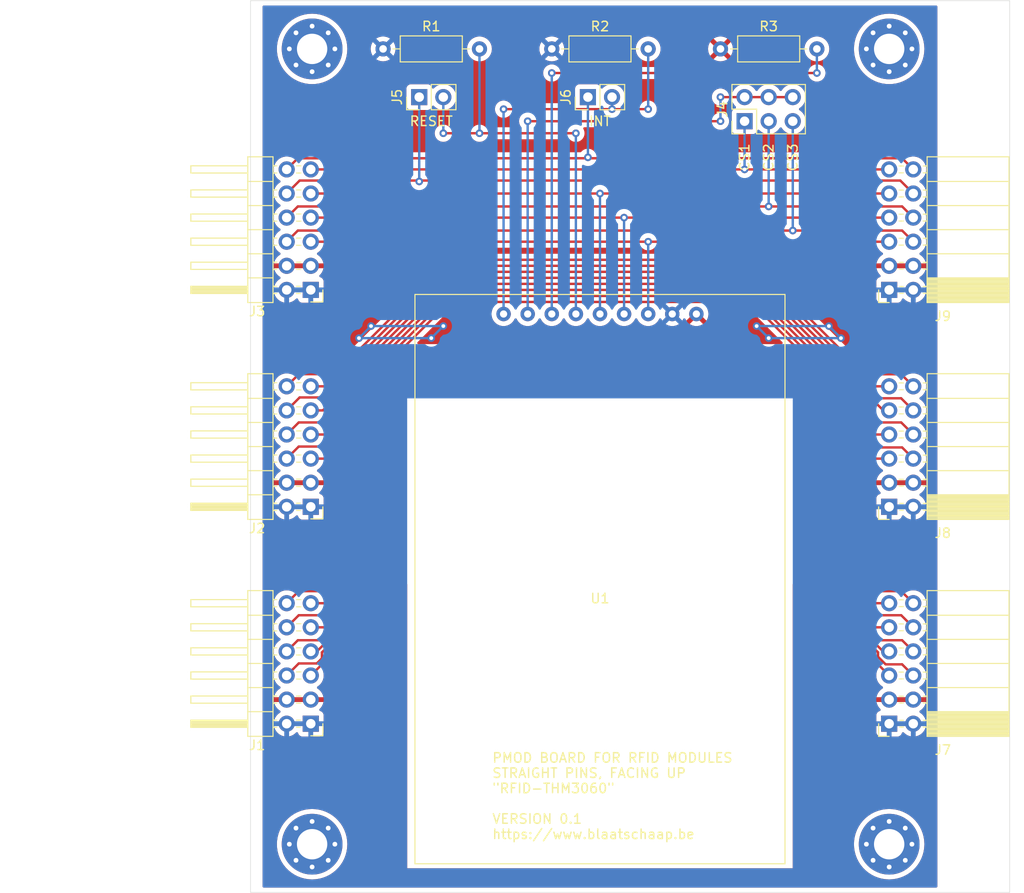
<source format=kicad_pcb>
(kicad_pcb (version 20211014) (generator pcbnew)
  (layers (0 "F.Cu" signal) (31 "B.Cu" signal) (34 "B.Paste" user "B.Plakken") (35 "F.Paste" user "F.Plakken") (36 "B.SilkS" user "B.Silkscreen") (37 "F.SilkS" user "F.Silkscreen") (38 "B.Mask" user) (39 "F.Mask" user "F. masker") (44 "Edge.Cuts" user))
  (net 0 "")
  (net 1 "GND")
  (net 2 "VCC")
  (net 3 "PMOD_UART_INT")
  (net 4 "PMOD_UART_CTS")
  (net 5 "PMOD_UART_RESET")
  (net 6 "PMOD_UART_TXD")
  (net 7 "PMOD_UART_GPIO3")
  (net 8 "PMOD_UART_RXD")
  (net 9 "PMOD_UART_GPIO4")
  (net 10 "PMOD_UART_RTS")
  (net 11 "PMOD_SPI_INT")
  (net 12 "PMOD_SPI_CS")
  (net 13 "PMOD_SPI_RESET")
  (net 14 "PMOD_SPI_MOSI")
  (net 15 "PMOD_SPI_CS2")
  (net 16 "PMOD_SPI_MISO")
  (net 17 "PMOD_SPI_CS3")
  (net 18 "PMOD_SPI_SCK")
  (net 19 "PMOD_I2C_GPIO1")
  (net 20 "PMOD_I2C_INT")
  (net 21 "PMOD_I2C_GPIO2")
  (net 22 "PMOD_I2C_RESET")
  (net 23 "PMOD_I2C_GPIO3")
  (net 24 "PMOD_I2C_SCL")
  (net 25 "PMOD_I2C_GPIO4")
  (net 26 "PMOD_I2C_SDA")
  (net 27 "CS")
  (net 28 "RESET")
  (net 29 "INT")
  (net 30 "STB")
  (footprint "Connector_PinHeader_2.54mm:PinHeader_2x06_P2.54mm_Horizontal" (layer "F.Cu") (at 63.5 119.38 180)
    (fp_text reference "J1" (at 5.655 -2.27) (layer "F.SilkS"))
    (fp_text value "Conn_02x06_Odd_Even")
    (pad "1" thru_hole rect locked (at 0 0 180) (size 1.7 1.7) (drill 1) (layers *.Cu *.Mask) (net 2 "VCC"))
    (pad "2" thru_hole oval locked (at 2.54 0 180) (size 1.7 1.7) (drill 1) (layers *.Cu *.Mask) (net 2 "VCC"))
    (pad "3" thru_hole oval locked (at 0 2.54 180) (size 1.7 1.7) (drill 1) (layers *.Cu *.Mask) (net 1 "GND"))
    (pad "4" thru_hole oval locked (at 2.54 2.54 180) (size 1.7 1.7) (drill 1) (layers *.Cu *.Mask) (net 1 "GND"))
    (pad "5" thru_hole oval locked (at 0 5.08 180) (size 1.7 1.7) (drill 1) (layers *.Cu *.Mask) (net 26 "PMOD_I2C_SDA"))
    (pad "6" thru_hole oval locked (at 2.54 5.08 180) (size 1.7 1.7) (drill 1) (layers *.Cu *.Mask) (net 25 "PMOD_I2C_GPIO4"))
    (pad "7" thru_hole oval locked (at 0 7.62 180) (size 1.7 1.7) (drill 1) (layers *.Cu *.Mask) (net 24 "PMOD_I2C_SCL"))
    (pad "8" thru_hole oval locked (at 2.54 7.62 180) (size 1.7 1.7) (drill 1) (layers *.Cu *.Mask) (net 23 "PMOD_I2C_GPIO3"))
    (pad "9" thru_hole oval locked (at 0 10.16 180) (size 1.7 1.7) (drill 1) (layers *.Cu *.Mask) (net 22 "PMOD_I2C_RESET"))
    (pad "10" thru_hole oval locked (at 2.54 10.16 180) (size 1.7 1.7) (drill 1) (layers *.Cu *.Mask) (net 21 "PMOD_I2C_GPIO2"))
    (pad "11" thru_hole oval locked (at 0 12.7 180) (size 1.7 1.7) (drill 1) (layers *.Cu *.Mask) (net 20 "PMOD_I2C_INT"))
    (pad "12" thru_hole oval locked (at 2.54 12.7 180) (size 1.7 1.7) (drill 1) (layers *.Cu *.Mask) (net 19 "PMOD_I2C_GPIO1"))
  )
  (footprint "Connector_PinHeader_2.54mm:PinHeader_2x06_P2.54mm_Horizontal" (layer "F.Cu") (at 63.5 96.52 180)
    (fp_text reference "J2" (at 5.655 -2.27) (layer "F.SilkS"))
    (fp_text value "Conn_02x06_Odd_Even")
    (pad "1" thru_hole rect locked (at 0 0 180) (size 1.7 1.7) (drill 1) (layers *.Cu *.Mask) (net 2 "VCC"))
    (pad "2" thru_hole oval locked (at 2.54 0 180) (size 1.7 1.7) (drill 1) (layers *.Cu *.Mask) (net 2 "VCC"))
    (pad "3" thru_hole oval locked (at 0 2.54 180) (size 1.7 1.7) (drill 1) (layers *.Cu *.Mask) (net 1 "GND"))
    (pad "4" thru_hole oval locked (at 2.54 2.54 180) (size 1.7 1.7) (drill 1) (layers *.Cu *.Mask) (net 1 "GND"))
    (pad "5" thru_hole oval locked (at 0 5.08 180) (size 1.7 1.7) (drill 1) (layers *.Cu *.Mask) (net 10 "PMOD_UART_RTS"))
    (pad "6" thru_hole oval locked (at 2.54 5.08 180) (size 1.7 1.7) (drill 1) (layers *.Cu *.Mask) (net 9 "PMOD_UART_GPIO4"))
    (pad "7" thru_hole oval locked (at 0 7.62 180) (size 1.7 1.7) (drill 1) (layers *.Cu *.Mask) (net 8 "PMOD_UART_RXD"))
    (pad "8" thru_hole oval locked (at 2.54 7.62 180) (size 1.7 1.7) (drill 1) (layers *.Cu *.Mask) (net 7 "PMOD_UART_GPIO3"))
    (pad "9" thru_hole oval locked (at 0 10.16 180) (size 1.7 1.7) (drill 1) (layers *.Cu *.Mask) (net 6 "PMOD_UART_TXD"))
    (pad "10" thru_hole oval locked (at 2.54 10.16 180) (size 1.7 1.7) (drill 1) (layers *.Cu *.Mask) (net 5 "PMOD_UART_RESET"))
    (pad "11" thru_hole oval locked (at 0 12.7 180) (size 1.7 1.7) (drill 1) (layers *.Cu *.Mask) (net 4 "PMOD_UART_CTS"))
    (pad "12" thru_hole oval locked (at 2.54 12.7 180) (size 1.7 1.7) (drill 1) (layers *.Cu *.Mask) (net 3 "PMOD_UART_INT"))
  )
  (footprint "Connector_PinHeader_2.54mm:PinHeader_2x06_P2.54mm_Horizontal" (layer "F.Cu") (at 63.5 73.66 180)
    (fp_text reference "J3" (at 5.655 -2.27) (layer "F.SilkS"))
    (fp_text value "Conn_02x06_Odd_Even")
    (pad "1" thru_hole rect locked (at 0 0 180) (size 1.7 1.7) (drill 1) (layers *.Cu *.Mask) (net 2 "VCC"))
    (pad "2" thru_hole oval locked (at 2.54 0 180) (size 1.7 1.7) (drill 1) (layers *.Cu *.Mask) (net 2 "VCC"))
    (pad "3" thru_hole oval locked (at 0 2.54 180) (size 1.7 1.7) (drill 1) (layers *.Cu *.Mask) (net 1 "GND"))
    (pad "4" thru_hole oval locked (at 2.54 2.54 180) (size 1.7 1.7) (drill 1) (layers *.Cu *.Mask) (net 1 "GND"))
    (pad "5" thru_hole oval locked (at 0 5.08 180) (size 1.7 1.7) (drill 1) (layers *.Cu *.Mask) (net 18 "PMOD_SPI_SCK"))
    (pad "6" thru_hole oval locked (at 2.54 5.08 180) (size 1.7 1.7) (drill 1) (layers *.Cu *.Mask) (net 17 "PMOD_SPI_CS3"))
    (pad "7" thru_hole oval locked (at 0 7.62 180) (size 1.7 1.7) (drill 1) (layers *.Cu *.Mask) (net 16 "PMOD_SPI_MISO"))
    (pad "8" thru_hole oval locked (at 2.54 7.62 180) (size 1.7 1.7) (drill 1) (layers *.Cu *.Mask) (net 15 "PMOD_SPI_CS2"))
    (pad "9" thru_hole oval locked (at 0 10.16 180) (size 1.7 1.7) (drill 1) (layers *.Cu *.Mask) (net 14 "PMOD_SPI_MOSI"))
    (pad "10" thru_hole oval locked (at 2.54 10.16 180) (size 1.7 1.7) (drill 1) (layers *.Cu *.Mask) (net 13 "PMOD_SPI_RESET"))
    (pad "11" thru_hole oval locked (at 0 12.7 180) (size 1.7 1.7) (drill 1) (layers *.Cu *.Mask) (net 12 "PMOD_SPI_CS"))
    (pad "12" thru_hole oval locked (at 2.54 12.7 180) (size 1.7 1.7) (drill 1) (layers *.Cu *.Mask) (net 11 "PMOD_SPI_INT"))
  )
  (footprint "Connector_PinSocket_2.54mm:PinSocket_2x06_P2.54mm_Horizontal" (layer "F.Cu") (at 124.46 119.38 180)
    (fp_text reference "J7" (at -5.65 -2.77) (layer "F.SilkS"))
    (fp_text value "Conn_02x06_Odd_Even")
    (pad "1" thru_hole rect locked (at 0 0 180) (size 1.7 1.7) (drill 1) (layers *.Cu *.Mask) (net 2 "VCC"))
    (pad "2" thru_hole oval locked (at -2.54 0 180) (size 1.7 1.7) (drill 1) (layers *.Cu *.Mask) (net 2 "VCC"))
    (pad "3" thru_hole oval locked (at 0 2.54 180) (size 1.7 1.7) (drill 1) (layers *.Cu *.Mask) (net 1 "GND"))
    (pad "4" thru_hole oval locked (at -2.54 2.54 180) (size 1.7 1.7) (drill 1) (layers *.Cu *.Mask) (net 1 "GND"))
    (pad "5" thru_hole oval locked (at 0 5.08 180) (size 1.7 1.7) (drill 1) (layers *.Cu *.Mask) (net 26 "PMOD_I2C_SDA"))
    (pad "6" thru_hole oval locked (at -2.54 5.08 180) (size 1.7 1.7) (drill 1) (layers *.Cu *.Mask) (net 25 "PMOD_I2C_GPIO4"))
    (pad "7" thru_hole oval locked (at 0 7.62 180) (size 1.7 1.7) (drill 1) (layers *.Cu *.Mask) (net 24 "PMOD_I2C_SCL"))
    (pad "8" thru_hole oval locked (at -2.54 7.62 180) (size 1.7 1.7) (drill 1) (layers *.Cu *.Mask) (net 23 "PMOD_I2C_GPIO3"))
    (pad "9" thru_hole oval locked (at 0 10.16 180) (size 1.7 1.7) (drill 1) (layers *.Cu *.Mask) (net 22 "PMOD_I2C_RESET"))
    (pad "10" thru_hole oval locked (at -2.54 10.16 180) (size 1.7 1.7) (drill 1) (layers *.Cu *.Mask) (net 21 "PMOD_I2C_GPIO2"))
    (pad "11" thru_hole oval locked (at 0 12.7 180) (size 1.7 1.7) (drill 1) (layers *.Cu *.Mask) (net 20 "PMOD_I2C_INT"))
    (pad "12" thru_hole oval locked (at -2.54 12.7 180) (size 1.7 1.7) (drill 1) (layers *.Cu *.Mask) (net 19 "PMOD_I2C_GPIO1"))
  )
  (footprint "Connector_PinSocket_2.54mm:PinSocket_2x06_P2.54mm_Horizontal" (layer "F.Cu") (at 124.46 96.52 180)
    (fp_text reference "J8" (at -5.65 -2.77) (layer "F.SilkS"))
    (fp_text value "Conn_02x06_Odd_Even")
    (pad "1" thru_hole rect locked (at 0 0 180) (size 1.7 1.7) (drill 1) (layers *.Cu *.Mask) (net 2 "VCC"))
    (pad "2" thru_hole oval locked (at -2.54 0 180) (size 1.7 1.7) (drill 1) (layers *.Cu *.Mask) (net 2 "VCC"))
    (pad "3" thru_hole oval locked (at 0 2.54 180) (size 1.7 1.7) (drill 1) (layers *.Cu *.Mask) (net 1 "GND"))
    (pad "4" thru_hole oval locked (at -2.54 2.54 180) (size 1.7 1.7) (drill 1) (layers *.Cu *.Mask) (net 1 "GND"))
    (pad "5" thru_hole oval locked (at 0 5.08 180) (size 1.7 1.7) (drill 1) (layers *.Cu *.Mask) (net 10 "PMOD_UART_RTS"))
    (pad "6" thru_hole oval locked (at -2.54 5.08 180) (size 1.7 1.7) (drill 1) (layers *.Cu *.Mask) (net 9 "PMOD_UART_GPIO4"))
    (pad "7" thru_hole oval locked (at 0 7.62 180) (size 1.7 1.7) (drill 1) (layers *.Cu *.Mask) (net 8 "PMOD_UART_RXD"))
    (pad "8" thru_hole oval locked (at -2.54 7.62 180) (size 1.7 1.7) (drill 1) (layers *.Cu *.Mask) (net 7 "PMOD_UART_GPIO3"))
    (pad "9" thru_hole oval locked (at 0 10.16 180) (size 1.7 1.7) (drill 1) (layers *.Cu *.Mask) (net 6 "PMOD_UART_TXD"))
    (pad "10" thru_hole oval locked (at -2.54 10.16 180) (size 1.7 1.7) (drill 1) (layers *.Cu *.Mask) (net 5 "PMOD_UART_RESET"))
    (pad "11" thru_hole oval locked (at 0 12.7 180) (size 1.7 1.7) (drill 1) (layers *.Cu *.Mask) (net 4 "PMOD_UART_CTS"))
    (pad "12" thru_hole oval locked (at -2.54 12.7 180) (size 1.7 1.7) (drill 1) (layers *.Cu *.Mask) (net 3 "PMOD_UART_INT"))
  )
  (footprint "Connector_PinSocket_2.54mm:PinSocket_2x06_P2.54mm_Horizontal" (layer "F.Cu") (at 124.46 73.66 180)
    (fp_text reference "J9" (at -5.65 -2.77) (layer "F.SilkS"))
    (fp_text value "Conn_02x06_Odd_Even")
    (pad "1" thru_hole rect locked (at 0 0 180) (size 1.7 1.7) (drill 1) (layers *.Cu *.Mask) (net 2 "VCC"))
    (pad "2" thru_hole oval locked (at -2.54 0 180) (size 1.7 1.7) (drill 1) (layers *.Cu *.Mask) (net 2 "VCC"))
    (pad "3" thru_hole oval locked (at 0 2.54 180) (size 1.7 1.7) (drill 1) (layers *.Cu *.Mask) (net 1 "GND"))
    (pad "4" thru_hole oval locked (at -2.54 2.54 180) (size 1.7 1.7) (drill 1) (layers *.Cu *.Mask) (net 1 "GND"))
    (pad "5" thru_hole oval locked (at 0 5.08 180) (size 1.7 1.7) (drill 1) (layers *.Cu *.Mask) (net 18 "PMOD_SPI_SCK"))
    (pad "6" thru_hole oval locked (at -2.54 5.08 180) (size 1.7 1.7) (drill 1) (layers *.Cu *.Mask) (net 17 "PMOD_SPI_CS3"))
    (pad "7" thru_hole oval locked (at 0 7.62 180) (size 1.7 1.7) (drill 1) (layers *.Cu *.Mask) (net 16 "PMOD_SPI_MISO"))
    (pad "8" thru_hole oval locked (at -2.54 7.62 180) (size 1.7 1.7) (drill 1) (layers *.Cu *.Mask) (net 15 "PMOD_SPI_CS2"))
    (pad "9" thru_hole oval locked (at 0 10.16 180) (size 1.7 1.7) (drill 1) (layers *.Cu *.Mask) (net 14 "PMOD_SPI_MOSI"))
    (pad "10" thru_hole oval locked (at -2.54 10.16 180) (size 1.7 1.7) (drill 1) (layers *.Cu *.Mask) (net 13 "PMOD_SPI_RESET"))
    (pad "11" thru_hole oval locked (at 0 12.7 180) (size 1.7 1.7) (drill 1) (layers *.Cu *.Mask) (net 12 "PMOD_SPI_CS"))
    (pad "12" thru_hole oval locked (at -2.54 12.7 180) (size 1.7 1.7) (drill 1) (layers *.Cu *.Mask) (net 11 "PMOD_SPI_INT"))
  )
  (footprint "MountingHole:MountingHole_3.2mm_M3_Pad_Via" (layer "F.Cu") (at 63.64 48.26)
    (fp_text reference "H1" hide)
    (fp_text value "MountingHole")
    (pad "1" thru_hole circle locked (at 2.4 0) (size 0.8 0.8) (drill 0.5) (layers *.Cu *.Mask))
    (pad "1" thru_hole circle locked (at -1.697056 1.697056) (size 0.8 0.8) (drill 0.5) (layers *.Cu *.Mask))
    (pad "1" thru_hole circle locked (at 0 -2.4) (size 0.8 0.8) (drill 0.5) (layers *.Cu *.Mask))
    (pad "1" thru_hole circle locked (at 1.697056 -1.697056) (size 0.8 0.8) (drill 0.5) (layers *.Cu *.Mask))
    (pad "1" thru_hole circle locked (at 0 2.4) (size 0.8 0.8) (drill 0.5) (layers *.Cu *.Mask))
    (pad "1" thru_hole circle locked (at -2.4 0) (size 0.8 0.8) (drill 0.5) (layers *.Cu *.Mask))
    (pad "1" thru_hole circle locked (at 1.697056 1.697056) (size 0.8 0.8) (drill 0.5) (layers *.Cu *.Mask))
    (pad "1" thru_hole circle locked (at 0 0) (size 6.4 6.4) (drill 3.2) (layers *.Cu *.Mask))
    (pad "1" thru_hole circle locked (at -1.697056 -1.697056) (size 0.8 0.8) (drill 0.5) (layers *.Cu *.Mask))
  )
  (footprint "MountingHole:MountingHole_3.2mm_M3_Pad_Via" (layer "F.Cu") (at 63.64 132.08)
    (fp_text reference "H2" hide)
    (fp_text value "MountingHole")
    (pad "1" thru_hole circle locked (at 0 0) (size 6.4 6.4) (drill 3.2) (layers *.Cu *.Mask))
    (pad "1" thru_hole circle locked (at 0 2.4) (size 0.8 0.8) (drill 0.5) (layers *.Cu *.Mask))
    (pad "1" thru_hole circle locked (at 2.4 0) (size 0.8 0.8) (drill 0.5) (layers *.Cu *.Mask))
    (pad "1" thru_hole circle locked (at 1.697056 1.697056) (size 0.8 0.8) (drill 0.5) (layers *.Cu *.Mask))
    (pad "1" thru_hole circle locked (at -2.4 0) (size 0.8 0.8) (drill 0.5) (layers *.Cu *.Mask))
    (pad "1" thru_hole circle locked (at -1.697056 -1.697056) (size 0.8 0.8) (drill 0.5) (layers *.Cu *.Mask))
    (pad "1" thru_hole circle locked (at 1.697056 -1.697056) (size 0.8 0.8) (drill 0.5) (layers *.Cu *.Mask))
    (pad "1" thru_hole circle locked (at 0 -2.4) (size 0.8 0.8) (drill 0.5) (layers *.Cu *.Mask))
    (pad "1" thru_hole circle locked (at -1.697056 1.697056) (size 0.8 0.8) (drill 0.5) (layers *.Cu *.Mask))
  )
  (footprint "MountingHole:MountingHole_3.2mm_M3_Pad_Via" (layer "F.Cu") (at 124.46 48.26)
    (fp_text reference "H3" hide)
    (fp_text value "MountingHole")
    (pad "1" thru_hole circle locked (at 2.4 0) (size 0.8 0.8) (drill 0.5) (layers *.Cu *.Mask))
    (pad "1" thru_hole circle locked (at 0 0) (size 6.4 6.4) (drill 3.2) (layers *.Cu *.Mask))
    (pad "1" thru_hole circle locked (at 0 -2.4) (size 0.8 0.8) (drill 0.5) (layers *.Cu *.Mask))
    (pad "1" thru_hole circle locked (at -2.4 0) (size 0.8 0.8) (drill 0.5) (layers *.Cu *.Mask))
    (pad "1" thru_hole circle locked (at 1.697056 -1.697056) (size 0.8 0.8) (drill 0.5) (layers *.Cu *.Mask))
    (pad "1" thru_hole circle locked (at 0 2.4) (size 0.8 0.8) (drill 0.5) (layers *.Cu *.Mask))
    (pad "1" thru_hole circle locked (at -1.697056 1.697056) (size 0.8 0.8) (drill 0.5) (layers *.Cu *.Mask))
    (pad "1" thru_hole circle locked (at -1.697056 -1.697056) (size 0.8 0.8) (drill 0.5) (layers *.Cu *.Mask))
    (pad "1" thru_hole circle locked (at 1.697056 1.697056) (size 0.8 0.8) (drill 0.5) (layers *.Cu *.Mask))
  )
  (footprint "MountingHole:MountingHole_3.2mm_M3_Pad_Via" (layer "F.Cu") (at 124.46 132.08)
    (fp_text reference "H4" hide)
    (fp_text value "MountingHole")
    (pad "1" thru_hole circle locked (at -1.697056 1.697056) (size 0.8 0.8) (drill 0.5) (layers *.Cu *.Mask))
    (pad "1" thru_hole circle locked (at -2.4 0) (size 0.8 0.8) (drill 0.5) (layers *.Cu *.Mask))
    (pad "1" thru_hole circle locked (at -1.697056 -1.697056) (size 0.8 0.8) (drill 0.5) (layers *.Cu *.Mask))
    (pad "1" thru_hole circle locked (at 1.697056 -1.697056) (size 0.8 0.8) (drill 0.5) (layers *.Cu *.Mask))
    (pad "1" thru_hole circle locked (at 2.4 0) (size 0.8 0.8) (drill 0.5) (layers *.Cu *.Mask))
    (pad "1" thru_hole circle locked (at 0 2.4) (size 0.8 0.8) (drill 0.5) (layers *.Cu *.Mask))
    (pad "1" thru_hole circle locked (at 0 0) (size 6.4 6.4) (drill 3.2) (layers *.Cu *.Mask))
    (pad "1" thru_hole circle locked (at 1.697056 1.697056) (size 0.8 0.8) (drill 0.5) (layers *.Cu *.Mask))
    (pad "1" thru_hole circle locked (at 0 -2.4) (size 0.8 0.8) (drill 0.5) (layers *.Cu *.Mask))
  )
  (footprint "Resistor_THT:R_Axial_DIN0207_L6.3mm_D2.5mm_P10.16mm_Horizontal" (layer "F.Cu") (at 88.9 48.26)
    (fp_text reference "R2" (at 5.08 -2.37) (layer "F.SilkS"))
    (fp_text value "R_Small")
    (pad "1" thru_hole circle locked (at 0 0) (size 1.6 1.6) (drill 0.8) (layers *.Cu *.Mask) (net 2 "VCC"))
    (pad "2" thru_hole oval locked (at 10.16 0) (size 1.6 1.6) (drill 0.8) (layers *.Cu *.Mask) (net 29 "INT"))
  )
  (footprint "Resistor_THT:R_Axial_DIN0207_L6.3mm_D2.5mm_P10.16mm_Horizontal" (layer "F.Cu") (at 71.12 48.26)
    (fp_text reference "R1" (at 5.08 -2.37) (layer "F.SilkS"))
    (fp_text value "R_Small")
    (pad "1" thru_hole circle locked (at 0 0) (size 1.6 1.6) (drill 0.8) (layers *.Cu *.Mask) (net 2 "VCC"))
    (pad "2" thru_hole oval locked (at 10.16 0) (size 1.6 1.6) (drill 0.8) (layers *.Cu *.Mask) (net 28 "RESET"))
  )
  (footprint "Resistor_THT:R_Axial_DIN0207_L6.3mm_D2.5mm_P10.16mm_Horizontal" (layer "F.Cu") (at 106.68 48.26)
    (fp_text reference "R3" (at 5.08 -2.37) (layer "F.SilkS"))
    (fp_text value "R_Small")
    (pad "1" thru_hole circle (at 0 0) (size 1.6 1.6) (drill 0.8) (layers *.Cu *.Mask) (net 1 "GND"))
    (pad "2" thru_hole oval (at 10.16 0) (size 1.6 1.6) (drill 0.8) (layers *.Cu *.Mask) (net 30 "STB"))
  )
  (footprint "Connector_PinHeader_2.54mm:PinHeader_1x02_P2.54mm_Vertical" (layer "F.Cu") (at 92.71 53.34 90)
    (fp_text reference "J6" (at 0 -2.33 90) (layer "F.SilkS"))
    (fp_text value "Conn_02x01")
    (pad "1" thru_hole rect (at 0 0 90) (size 1.7 1.7) (drill 1) (layers *.Cu *.Mask) (net 11 "PMOD_SPI_INT"))
    (pad "2" thru_hole oval (at 0 2.54 90) (size 1.7 1.7) (drill 1) (layers *.Cu *.Mask) (net 29 "INT"))
  )
  (footprint "AvS_Modules:MOD_RFID-THM3060_STRAIGHT_UP" (layer "F.Cu") (at 93.98 104.14)
    (fp_text reference "U1" (at 0 2.04) (layer "F.SilkS"))
    (fp_text value "MOD_RFID-THM3060")
    (pad "1" thru_hole circle (at -10.16 -27.94) (size 1.524 1.524) (drill 0.762) (layers *.Cu *.Mask) (net 29 "INT"))
    (pad "2" thru_hole circle (at -7.62 -27.94) (size 1.524 1.524) (drill 0.762) (layers *.Cu *.Mask) (net 27 "CS"))
    (pad "3" thru_hole circle (at -5.08 -27.94) (size 1.524 1.524) (drill 0.762) (layers *.Cu *.Mask) (net 30 "STB"))
    (pad "4" thru_hole circle (at -2.54 -27.94) (size 1.524 1.524) (drill 0.762) (layers *.Cu *.Mask) (net 28 "RESET"))
    (pad "5" thru_hole circle (at 0 -27.94) (size 1.524 1.524) (drill 0.762) (layers *.Cu *.Mask) (net 14 "PMOD_SPI_MOSI"))
    (pad "6" thru_hole circle (at 2.54 -27.94) (size 1.524 1.524) (drill 0.762) (layers *.Cu *.Mask) (net 16 "PMOD_SPI_MISO"))
    (pad "7" thru_hole circle (at 5.08 -27.94) (size 1.524 1.524) (drill 0.762) (layers *.Cu *.Mask) (net 18 "PMOD_SPI_SCK"))
    (pad "8" thru_hole circle (at 7.62 -27.94) (size 1.524 1.524) (drill 0.762) (layers *.Cu *.Mask) (net 2 "VCC"))
    (pad "9" thru_hole circle (at 10.16 -27.94) (size 1.524 1.524) (drill 0.762) (layers *.Cu *.Mask) (net 1 "GND"))
  )
  (footprint "Connector_PinHeader_2.54mm:PinHeader_2x03_P2.54mm_Vertical" (layer "F.Cu") (at 109.22 55.88 90)
    (fp_text reference "J4" (at 1.27 -2.33 90) (layer "F.SilkS"))
    (fp_text value "Conn_02x03_Odd_Even")
    (pad "1" thru_hole rect (at 0 0 90) (size 1.7 1.7) (drill 1) (layers *.Cu *.Mask) (net 12 "PMOD_SPI_CS"))
    (pad "2" thru_hole oval (at 2.54 0 90) (size 1.7 1.7) (drill 1) (layers *.Cu *.Mask) (net 27 "CS"))
    (pad "3" thru_hole oval (at 0 2.54 90) (size 1.7 1.7) (drill 1) (layers *.Cu *.Mask) (net 15 "PMOD_SPI_CS2"))
    (pad "4" thru_hole oval (at 2.54 2.54 90) (size 1.7 1.7) (drill 1) (layers *.Cu *.Mask) (net 27 "CS"))
    (pad "5" thru_hole oval (at 0 5.08 90) (size 1.7 1.7) (drill 1) (layers *.Cu *.Mask) (net 17 "PMOD_SPI_CS3"))
    (pad "6" thru_hole oval (at 2.54 5.08 90) (size 1.7 1.7) (drill 1) (layers *.Cu *.Mask) (net 27 "CS"))
  )
  (footprint "Connector_PinHeader_2.54mm:PinHeader_1x02_P2.54mm_Vertical" (layer "F.Cu") (at 74.93 53.34 90)
    (fp_text reference "J5" (at 0 -2.33 90) (layer "F.SilkS"))
    (fp_text value "Conn_02x01")
    (pad "1" thru_hole rect (at 0 0 90) (size 1.7 1.7) (drill 1) (layers *.Cu *.Mask) (net 13 "PMOD_SPI_RESET"))
    (pad "2" thru_hole oval (at 0 2.54 90) (size 1.7 1.7) (drill 1) (layers *.Cu *.Mask) (net 28 "RESET"))
  )
  (gr_line (start 137.16 137.16) (end 57.15 137.16) (layer "Edge.Cuts") (width 0.05))
  (gr_line (start 57.15 43.18) (end 137.16 43.18) (layer "Edge.Cuts") (width 0.05))
  (gr_line (start 137.16 43.18) (end 137.16 137.16) (layer "Edge.Cuts") (width 0.05))
  (gr_line (start 57.15 43.18) (end 57.15 137.16) (layer "Edge.Cuts") (width 0.05))
  (gr_text "PMOD BOARD FOR RFID MODULES\nSTRAIGHT PINS, FACING UP\n{dblquote}RFID-THM3060{dblquote}\n\nVERSION 0.1\nhttps://www.blaatschaap.be" (at 82.55 127) (layer "F.SilkS") (effects (font (size 1 1)) (justify left)))
  (gr_text "INT" (at 93.98 55.88) (layer "F.SilkS") (effects (font (size 1 1))))
  (gr_text "CS2" (at 111.76 59.69 90) (layer "F.SilkS") (effects (font (size 1 1))))
  (gr_text "CS3" (at 114.3 59.69 90) (layer "F.SilkS") (effects (font (size 1 1))))
  (gr_text "CS1" (at 109.22 59.69 90) (layer "F.SilkS") (effects (font (size 1 1))))
  (gr_text "RESET" (at 76.2 55.88) (layer "F.SilkS") (effects (font (size 1 1))))
  (via (at 111.76 78.74) (size 0.8) (drill 0.4) (layers "F.Cu" "B.Cu") (net 1))
  (via (at 76.2 78.74) (size 0.8) (drill 0.4) (layers "F.Cu" "B.Cu") (net 1))
  (via (at 68.58 78.74) (size 0.8) (drill 0.4) (layers "F.Cu" "B.Cu") (net 1))
  (via (at 110.49 77.47) (size 0.8) (drill 0.4) (layers "F.Cu" "B.Cu") (net 1))
  (via (at 77.47 77.47) (size 0.8) (drill 0.4) (layers "F.Cu" "B.Cu") (net 1))
  (via (at 119.38 78.74) (size 0.8) (drill 0.4) (layers "F.Cu" "B.Cu") (net 1))
  (via (at 69.85 77.47) (size 0.8) (drill 0.4) (layers "F.Cu" "B.Cu") (net 1))
  (via (at 118.11 77.47) (size 0.8) (drill 0.4) (layers "F.Cu" "B.Cu") (net 1))
  (segment (start 77.47 77.47) (end 76.2 78.74) (width 0.25) (layer "B.Cu") (net 1))
  (segment (start 118.11 77.47) (end 119.38 78.74) (width 0.25) (layer "B.Cu") (net 1))
  (segment (start 69.85 77.47) (end 68.58 78.74) (width 0.25) (layer "B.Cu") (net 1))
  (segment (start 111.76 78.74) (end 119.38 78.74) (width 0.25) (layer "B.Cu") (net 1))
  (segment (start 111.76 78.74) (end 110.49 77.47) (width 0.25) (layer "B.Cu") (net 1))
  (segment (start 110.49 77.47) (end 118.11 77.47) (width 0.25) (layer "B.Cu") (net 1))
  (segment (start 69.85 77.47) (end 77.47 77.47) (width 0.25) (layer "B.Cu") (net 1))
  (segment (start 76.2 78.74) (end 68.58 78.74) (width 0.25) (layer "B.Cu") (net 1))
  (segment (start 125.73 82.55) (end 127 83.82) (width 0.25) (layer "F.Cu") (net 3))
  (segment (start 78.08385 70.485) (end 109.855 70.485) (width 0.25) (layer "F.Cu") (net 3))
  (segment (start 109.855 70.485) (end 110.03999 70.66999) (width 0.25) (layer "F.Cu") (net 3))
  (segment (start 62.240575 82.539425) (end 66.029425 82.539425) (width 0.25) (layer "F.Cu") (net 3))
  (segment (start 60.96 83.82) (end 62.240575 82.539425) (width 0.25) (layer "F.Cu") (net 3))
  (segment (start 66.029425 82.539425) (end 78.08385 70.485) (width 0.25) (layer "F.Cu") (net 3))
  (segment (start 121.94115 82.55) (end 125.73 82.55) (width 0.25) (layer "F.Cu") (net 3))
  (segment (start 110.03999 70.66999) (end 110.061141 70.669991) (width 0.25) (layer "F.Cu") (net 3))
  (segment (start 110.061141 70.669991) (end 121.94115 82.55) (width 0.25) (layer "F.Cu") (net 3))
  (segment (start 77.920009 71.304991) (end 77.900269 71.304991) (width 0.25) (layer "F.Cu") (net 4))
  (segment (start 109.87474 71.12) (end 78.105 71.12) (width 0.25) (layer "F.Cu") (net 4))
  (segment (start 122.57474 83.82) (end 109.87474 71.12) (width 0.25) (layer "F.Cu") (net 4))
  (segment (start 65.38526 83.82) (end 63.5 83.82) (width 0.25) (layer "F.Cu") (net 4))
  (segment (start 77.900269 71.304991) (end 65.38526 83.82) (width 0.25) (layer "F.Cu") (net 4))
  (segment (start 78.105 71.12) (end 77.920009 71.304991) (width 0.25) (layer "F.Cu") (net 4))
  (segment (start 124.46 83.82) (end 122.57474 83.82) (width 0.25) (layer "F.Cu") (net 4))
  (segment (start 110.03999 71.93999) (end 110.058321 71.939991) (width 0.25) (layer "F.Cu") (net 5))
  (segment (start 64.846669 84.995001) (end 78.08667 71.755) (width 0.25) (layer "F.Cu") (net 5))
  (segment (start 125.720835 85.080835) (end 127 86.36) (width 0.25) (layer "F.Cu") (net 5))
  (segment (start 78.08667 71.755) (end 109.855 71.755) (width 0.25) (layer "F.Cu") (net 5))
  (segment (start 60.96 86.36) (end 62.324999 84.995001) (width 0.25) (layer "F.Cu") (net 5))
  (segment (start 62.324999 84.995001) (end 64.846669 84.995001) (width 0.25) (layer "F.Cu") (net 5))
  (segment (start 110.058321 71.939991) (end 123.199165 85.080835) (width 0.25) (layer "F.Cu") (net 5))
  (segment (start 109.855 71.755) (end 110.03999 71.93999) (width 0.25) (layer "F.Cu") (net 5))
  (segment (start 123.199165 85.080835) (end 125.720835 85.080835) (width 0.25) (layer "F.Cu") (net 5))
  (segment (start 65.405 85.07308) (end 78.08808 72.39) (width 0.25) (layer "F.Cu") (net 6))
  (segment (start 123.84192 86.36) (end 124.46 86.36) (width 0.25) (layer "F.Cu") (net 6))
  (segment (start 78.08808 72.39) (end 109.87192 72.39) (width 0.25) (layer "F.Cu") (net 6))
  (segment (start 65.405 85.725) (end 65.405 85.07308) (width 0.25) (layer "F.Cu") (net 6))
  (segment (start 109.87192 72.39) (end 123.84192 86.36) (width 0.25) (layer "F.Cu") (net 6))
  (segment (start 63.5 86.36) (end 64.77 86.36) (width 0.25) (layer "F.Cu") (net 6))
  (segment (start 64.77 86.36) (end 65.405 85.725) (width 0.25) (layer "F.Cu") (net 6))
  (segment (start 122.555 87.63) (end 121.92 86.995) (width 0.25) (layer "F.Cu") (net 7))
  (segment (start 77.904499 73.209991) (end 77.920009 73.209991) (width 0.25) (layer "F.Cu") (net 7))
  (segment (start 66.04 85.07449) (end 66.224991 84.889499) (width 0.25) (layer "F.Cu") (net 7))
  (segment (start 77.920009 73.209991) (end 78.105 73.025) (width 0.25) (layer "F.Cu") (net 7))
  (segment (start 121.92 86.995) (end 121.92 85.09) (width 0.25) (layer "F.Cu") (net 7))
  (segment (start 121.92 85.09) (end 121.73501 84.90501) (width 0.25) (layer "F.Cu") (net 7))
  (segment (start 66.224991 84.889499) (end 66.667245 84.447245) (width 0.25) (layer "F.Cu") (net 7))
  (segment (start 78.105 73.025) (end 80.01 73.025) (width 0.25) (layer "F.Cu") (net 7))
  (segment (start 125.73 87.63) (end 122.555 87.63) (width 0.25) (layer "F.Cu") (net 7))
  (segment (start 66.667245 84.447245) (end 77.904499 73.209991) (width 0.25) (layer "F.Cu") (net 7))
  (segment (start 80.01 73.025) (end 80.645 73.025) (width 0.25) (layer "F.Cu") (net 7))
  (segment (start 127 88.9) (end 125.73 87.63) (width 0.25) (layer "F.Cu") (net 7))
  (segment (start 121.735009 84.889499) (end 109.87051 73.025) (width 0.25) (layer "F.Cu") (net 7))
  (segment (start 66.04 86.995) (end 66.04 85.07449) (width 0.25) (layer "F.Cu") (net 7))
  (segment (start 109.87051 73.025) (end 80.01 73.025) (width 0.25) (layer "F.Cu") (net 7))
  (segment (start 65.405 87.63) (end 66.04 86.995) (width 0.25) (layer "F.Cu") (net 7))
  (segment (start 121.73501 84.90501) (end 121.735009 84.889499) (width 0.25) (layer "F.Cu") (net 7))
  (segment (start 60.96 88.9) (end 62.23 87.63) (width 0.25) (layer "F.Cu") (net 7))
  (segment (start 62.23 87.63) (end 65.405 87.63) (width 0.25) (layer "F.Cu") (net 7))
  (segment (start 66.675 88.265) (end 66.675 85.0759) (width 0.25) (layer "F.Cu") (net 8))
  (segment (start 66.675 85.0759) (end 78.0909 73.66) (width 0.25) (layer "F.Cu") (net 8))
  (segment (start 66.04 88.9) (end 66.675 88.265) (width 0.25) (layer "F.Cu") (net 8))
  (segment (start 121.285 85.0759) (end 121.285 88.265) (width 0.25) (layer "F.Cu") (net 8))
  (segment (start 109.855 73.66) (end 110.03999 73.84499) (width 0.25) (layer "F.Cu") (net 8))
  (segment (start 121.92 88.9) (end 124.46 88.9) (width 0.25) (layer "F.Cu") (net 8))
  (segment (start 78.0909 73.66) (end 109.855 73.66) (width 0.25) (layer "F.Cu") (net 8))
  (segment (start 63.5 88.9) (end 66.04 88.9) (width 0.25) (layer "F.Cu") (net 8))
  (segment (start 121.285 88.265) (end 121.92 88.9) (width 0.25) (layer "F.Cu") (net 8))
  (segment (start 110.054091 73.844991) (end 121.285 85.0759) (width 0.25) (layer "F.Cu") (net 8))
  (segment (start 110.03999 73.84499) (end 110.054091 73.844991) (width 0.25) (layer "F.Cu") (net 8))
  (segment (start 120.46501 84.90501) (end 120.465009 84.892319) (width 0.25) (layer "F.Cu") (net 9))
  (segment (start 67.494991 84.892319) (end 67.49499 84.90501) (width 0.25) (layer "F.Cu") (net 9))
  (segment (start 62.23 90.17) (end 60.96 91.44) (width 0.25) (layer "F.Cu") (net 9))
  (segment (start 78.09231 74.295) (end 67.494991 84.892319) (width 0.25) (layer "F.Cu") (net 9))
  (segment (start 120.65 85.09) (end 120.46501 84.90501) (width 0.25) (layer "F.Cu") (net 9))
  (segment (start 120.65 89.535) (end 120.65 85.09) (width 0.25) (layer "F.Cu") (net 9))
  (segment (start 121.379999 90.264999) (end 120.65 89.535) (width 0.25) (layer "F.Cu") (net 9))
  (segment (start 66.675 90.17) (end 62.23 90.17) (width 0.25) (layer "F.Cu") (net 9))
  (segment (start 120.465009 84.892319) (end 109.86769 74.295) (width 0.25) (layer "F.Cu") (net 9))
  (segment (start 67.31 85.09) (end 67.31 89.535) (width 0.25) (layer "F.Cu") (net 9))
  (segment (start 109.86769 74.295) (end 78.09231 74.295) (width 0.25) (layer "F.Cu") (net 9))
  (segment (start 67.49499 84.90501) (end 67.31 85.09) (width 0.25) (layer "F.Cu") (net 9))
  (segment (start 125.824999 90.264999) (end 121.379999 90.264999) (width 0.25) (layer "F.Cu") (net 9))
  (segment (start 127 91.44) (end 125.824999 90.264999) (width 0.25) (layer "F.Cu") (net 9))
  (segment (start 67.31 89.535) (end 66.675 90.17) (width 0.25) (layer "F.Cu") (net 9))
  (segment (start 109.86628 74.93) (end 120.015 85.07872) (width 0.25) (layer "F.Cu") (net 10))
  (segment (start 80.645 74.93) (end 80.01 74.93) (width 0.25) (layer "F.Cu") (net 10))
  (segment (start 80.645 74.93) (end 109.86628 74.93) (width 0.25) (layer "F.Cu") (net 10))
  (segment (start 66.675 91.44) (end 67.945 90.17) (width 0.25) (layer "F.Cu") (net 10))
  (segment (start 120.015 85.07872) (end 120.015 90.805) (width 0.25) (layer "F.Cu") (net 10))
  (segment (start 78.09372 74.93) (end 80.645 74.93) (width 0.25) (layer "F.Cu") (net 10))
  (segment (start 67.945 85.07872) (end 78.09372 74.93) (width 0.25) (layer "F.Cu") (net 10))
  (segment (start 120.65 91.44) (end 124.46 91.44) (width 0.25) (layer "F.Cu") (net 10))
  (segment (start 120.015 90.805) (end 120.65 91.44) (width 0.25) (layer "F.Cu") (net 10))
  (segment (start 63.5 91.44) (end 66.675 91.44) (width 0.25) (layer "F.Cu") (net 10))
  (segment (start 67.945 90.17) (end 67.945 85.07872) (width 0.25) (layer "F.Cu") (net 10))
  (segment (start 60.96 60.96) (end 62.134511 59.785489) (width 0.25) (layer "F.Cu") (net 11))
  (segment (start 125.825489 59.785489) (end 127 60.96) (width 0.25) (layer "F.Cu") (net 11))
  (segment (start 62.134511 59.785489) (end 125.825489 59.785489) (width 0.25) (layer "F.Cu") (net 11))
  (via (at 92.71 59.69) (size 0.8) (drill 0.4) (layers "F.Cu" "B.Cu") (net 11))
  (segment (start 92.71 53.34) (end 92.71 59.69) (width 0.25) (layer "B.Cu") (net 11))
  (segment (start 63.5 60.96) (end 80.01 60.96) (width 0.25) (layer "F.Cu") (net 12))
  (segment (start 109.22 60.96) (end 124.46 60.96) (width 0.25) (layer "F.Cu") (net 12))
  (segment (start 80.01 60.96) (end 109.22 60.96) (width 0.25) (layer "F.Cu") (net 12))
  (via (at 109.22 60.96) (size 0.8) (drill 0.4) (layers "F.Cu" "B.Cu") (net 12))
  (segment (start 109.22 55.88) (end 109.22 60.96) (width 0.25) (layer "B.Cu") (net 12))
  (segment (start 108.045489 62.134511) (end 125.634511 62.134511) (width 0.25) (layer "F.Cu") (net 13))
  (segment (start 125.634511 62.134511) (end 127 63.5) (width 0.25) (layer "F.Cu") (net 13))
  (segment (start 60.96 63.5) (end 62.325489 62.134511) (width 0.25) (layer "F.Cu") (net 13))
  (segment (start 62.325489 62.134511) (end 108.045489 62.134511) (width 0.25) (layer "F.Cu") (net 13))
  (via (at 74.93 62.23) (size 0.8) (drill 0.4) (layers "F.Cu" "B.Cu") (net 13))
  (segment (start 74.93 53.34) (end 74.93 62.23) (width 0.25) (layer "B.Cu") (net 13))
  (segment (start 99.06 63.5) (end 124.46 63.5) (width 0.25) (layer "F.Cu") (net 14))
  (segment (start 63.5 63.5) (end 99.06 63.5) (width 0.25) (layer "F.Cu") (net 14))
  (via (at 93.98 63.5) (size 0.8) (drill 0.4) (layers "F.Cu" "B.Cu") (net 14))
  (segment (start 93.98 76.2) (end 93.98 63.5) (width 0.25) (layer "B.Cu") (net 14))
  (segment (start 77.565489 64.865489) (end 62.134511 64.865489) (width 0.25) (layer "F.Cu") (net 15))
  (segment (start 111.664511 64.865489) (end 77.565489 64.865489) (width 0.25) (layer "F.Cu") (net 15))
  (segment (start 62.134511 64.865489) (end 60.96 66.04) (width 0.25) (layer "F.Cu") (net 15))
  (segment (start 111.855489 64.865489) (end 111.664511 64.865489) (width 0.25) (layer "F.Cu") (net 15))
  (segment (start 125.825489 64.865489) (end 111.855489 64.865489) (width 0.25) (layer "F.Cu") (net 15))
  (segment (start 127 66.04) (end 125.825489 64.865489) (width 0.25) (layer "F.Cu") (net 15))
  (via (at 111.76 64.865489) (size 0.8) (drill 0.4) (layers "F.Cu" "B.Cu") (net 15))
  (segment (start 111.76 64.77) (end 111.664511 64.865489) (width 0.25) (layer "B.Cu") (net 15))
  (segment (start 111.76 55.88) (end 111.76 64.77) (width 0.25) (layer "B.Cu") (net 15))
  (segment (start 96.52 66.04) (end 124.46 66.04) (width 0.25) (layer "F.Cu") (net 16))
  (segment (start 63.5 66.04) (end 96.52 66.04) (width 0.25) (layer "F.Cu") (net 16))
  (via (at 96.52 66.04) (size 0.8) (drill 0.4) (layers "F.Cu" "B.Cu") (net 16))
  (segment (start 96.52 76.2) (end 96.52 66.04) (width 0.25) (layer "B.Cu") (net 16))
  (segment (start 125.825489 67.405489) (end 127 68.58) (width 0.25) (layer "F.Cu") (net 17))
  (segment (start 62.134511 67.405489) (end 114.204511 67.405489) (width 0.25) (layer "F.Cu") (net 17))
  (segment (start 114.204511 67.405489) (end 125.825489 67.405489) (width 0.25) (layer "F.Cu") (net 17))
  (segment (start 60.96 68.58) (end 62.134511 67.405489) (width 0.25) (layer "F.Cu") (net 17))
  (via (at 114.3 67.405489) (size 0.8) (drill 0.4) (layers "F.Cu" "B.Cu") (net 17))
  (segment (start 114.3 67.31) (end 114.204511 67.405489) (width 0.25) (layer "B.Cu") (net 17))
  (segment (start 114.3 55.88) (end 114.3 67.31) (width 0.25) (layer "B.Cu") (net 17))
  (segment (start 99.06 68.58) (end 124.46 68.58) (width 0.25) (layer "F.Cu") (net 18))
  (segment (start 63.5 68.58) (end 99.06 68.58) (width 0.25) (layer "F.Cu") (net 18))
  (via (at 99.06 68.58) (size 0.8) (drill 0.4) (layers "F.Cu" "B.Cu") (net 18))
  (segment (start 99.06 76.2) (end 99.06 68.58) (width 0.25) (layer "B.Cu") (net 18))
  (segment (start 68.58 104.13718) (end 68.58 85.08013) (width 0.25) (layer "F.Cu") (net 19))
  (segment (start 60.96 106.68) (end 62.23 105.41) (width 0.25) (layer "F.Cu") (net 19))
  (segment (start 119.195715 84.895845) (end 114.622435 80.322565) (width 0.25) (layer "F.Cu") (net 19))
  (segment (start 114.622435 80.322565) (end 114.49486 80.19499) (width 0.25) (layer "F.Cu") (net 19))
  (segment (start 67.30718 105.41) (end 68.58 104.13718) (width 0.25) (layer "F.Cu") (net 19))
  (segment (start 120.65141 105.40859) (end 119.38 104.13718) (width 0.25) (layer "F.Cu") (net 19))
  (segment (start 119.38 104.13718) (end 119.38 102.87) (width 0.25) (layer "F.Cu") (net 19))
  (segment (start 119.38 85.09) (end 119.38 85.08013) (width 0.25) (layer "F.Cu") (net 19))
  (segment (start 119.38 102.87) (end 119.38 85.09) (width 0.25) (layer "F.Cu") (net 19))
  (segment (start 73.65013 80.01) (end 114.30987 80.01) (width 0.25) (layer "F.Cu") (net 19))
  (segment (start 114.30987 80.01) (end 114.622435 80.322565) (width 0.25) (layer "F.Cu") (net 19))
  (segment (start 125.72859 105.40859) (end 120.65141 105.40859) (width 0.25) (layer "F.Cu") (net 19))
  (segment (start 127 106.68) (end 125.72859 105.40859) (width 0.25) (layer "F.Cu") (net 19))
  (segment (start 68.58 85.08013) (end 73.65013 80.01) (width 0.25) (layer "F.Cu") (net 19))
  (segment (start 62.23 105.41) (end 67.30718 105.41) (width 0.25) (layer "F.Cu") (net 19))
  (segment (start 119.38 85.08013) (end 114.49486 80.19499) (width 0.25) (layer "F.Cu") (net 19))
  (segment (start 69.399991 84.896549) (end 69.39999 84.90501) (width 0.25) (layer "F.Cu") (net 20))
  (segment (start 69.39999 84.90501) (end 69.215 85.09) (width 0.25) (layer "F.Cu") (net 20))
  (segment (start 118.560009 84.896549) (end 114.30846 80.645) (width 0.25) (layer "F.Cu") (net 20))
  (segment (start 118.745705 104.139295) (end 118.745705 85.090705) (width 0.25) (layer "F.Cu") (net 20))
  (segment (start 67.30859 106.045) (end 67.30718 106.045) (width 0.25) (layer "F.Cu") (net 20))
  (segment (start 69.215 85.09) (end 69.215 104.13859) (width 0.25) (layer "F.Cu") (net 20))
  (segment (start 66.67218 106.68) (end 63.5 106.68) (width 0.25) (layer "F.Cu") (net 20))
  (segment (start 118.745705 104.139295) (end 118.745 104.13859) (width 0.25) (layer "F.Cu") (net 20))
  (segment (start 69.215 104.13859) (end 67.30859 106.045) (width 0.25) (layer "F.Cu") (net 20))
  (segment (start 114.30846 80.645) (end 73.65154 80.645) (width 0.25) (layer "F.Cu") (net 20))
  (segment (start 124.46 106.68) (end 121.28641 106.68) (width 0.25) (layer "F.Cu") (net 20))
  (segment (start 67.30718 106.045) (end 66.67218 106.68) (width 0.25) (layer "F.Cu") (net 20))
  (segment (start 121.28641 106.68) (end 118.745705 104.139295) (width 0.25) (layer "F.Cu") (net 20))
  (segment (start 118.56001 84.90501) (end 118.560009 84.896549) (width 0.25) (layer "F.Cu") (net 20))
  (segment (start 118.745705 85.090705) (end 118.56001 84.90501) (width 0.25) (layer "F.Cu") (net 20))
  (segment (start 73.65154 80.645) (end 69.399991 84.896549) (width 0.25) (layer "F.Cu") (net 20))
  (segment (start 114.30705 81.28) (end 118.11 85.08295) (width 0.25) (layer "F.Cu") (net 21))
  (segment (start 67.310001 106.679999) (end 69.85 104.14) (width 0.25) (layer "F.Cu") (net 21))
  (segment (start 118.11 104.14) (end 118.11 102.87) (width 0.25) (layer "F.Cu") (net 21))
  (segment (start 121.92 107.95) (end 118.11 104.14) (width 0.25) (layer "F.Cu") (net 21))
  (segment (start 125.73 107.95) (end 121.92 107.95) (width 0.25) (layer "F.Cu") (net 21))
  (segment (start 66.039295 107.949295) (end 66.674295 107.314295) (width 0.25) (layer "F.Cu") (net 21))
  (segment (start 74.295 81.28) (end 114.3 81.28) (width 0.25) (layer "F.Cu") (net 21))
  (segment (start 69.85 104.14) (end 69.85 86.36) (width 0.25) (layer "F.Cu") (net 21))
  (segment (start 62.230705 107.949295) (end 66.039295 107.949295) (width 0.25) (layer "F.Cu") (net 21))
  (segment (start 67.308591 106.679999) (end 67.310001 106.679999) (width 0.25) (layer "F.Cu") (net 21))
  (segment (start 69.85 85.09) (end 69.85 85.08295) (width 0.25) (layer "F.Cu") (net 21))
  (segment (start 66.674295 107.314295) (end 67.308591 106.679999) (width 0.25) (layer "F.Cu") (net 21))
  (segment (start 114.3 81.28) (end 114.30705 81.28) (width 0.25) (layer "F.Cu") (net 21))
  (segment (start 73.65295 81.28) (end 74.295 81.28) (width 0.25) (layer "F.Cu") (net 21))
  (segment (start 118.11 85.08295) (end 118.11 103.505) (width 0.25) (layer "F.Cu") (net 21))
  (segment (start 69.85 86.36) (end 69.85 85.09) (width 0.25) (layer "F.Cu") (net 21))
  (segment (start 69.85 85.08295) (end 73.65295 81.28) (width 0.25) (layer "F.Cu") (net 21))
  (segment (start 60.96 109.22) (end 62.230705 107.949295) (width 0.25) (layer "F.Cu") (net 21))
  (segment (start 127 109.22) (end 125.73 107.95) (width 0.25) (layer "F.Cu") (net 21))
  (segment (start 67.499221 107.130009) (end 67.494991 107.130009) (width 0.25) (layer "F.Cu") (net 22))
  (segment (start 114.3 81.915) (end 73.65436 81.915) (width 0.25) (layer "F.Cu") (net 22))
  (segment (start 73.65436 81.915) (end 70.485 85.08436) (width 0.25) (layer "F.Cu") (net 22))
  (segment (start 67.494991 107.130009) (end 65.405 109.22) (width 0.25) (layer "F.Cu") (net 22))
  (segment (start 117.475 85.08436) (end 114.490631 82.099991) (width 0.25) (layer "F.Cu") (net 22))
  (segment (start 117.475 104.14141) (end 117.475 85.08436) (width 0.25) (layer "F.Cu") (net 22))
  (segment (start 70.485 104.14) (end 70.30001 104.32499) (width 0.25) (layer "F.Cu") (net 22))
  (segment (start 70.300009 104.329221) (end 67.499221 107.130009) (width 0.25) (layer "F.Cu") (net 22))
  (segment (start 122.55359 109.22) (end 117.475 104.14141) (width 0.25) (layer "F.Cu") (net 22))
  (segment (start 70.485 85.08436) (end 70.485 104.14) (width 0.25) (layer "F.Cu") (net 22))
  (segment (start 65.405 109.22) (end 63.5 109.22) (width 0.25) (layer "F.Cu") (net 22))
  (segment (start 124.46 109.22) (end 122.55359 109.22) (width 0.25) (layer "F.Cu") (net 22))
  (segment (start 70.30001 104.32499) (end 70.300009 104.329221) (width 0.25) (layer "F.Cu") (net 22))
  (segment (start 114.48499 82.09999) (end 114.3 81.915) (width 0.25) (layer "F.Cu") (net 22))
  (segment (start 114.490631 82.099991) (end 114.48499 82.09999) (width 0.25) (layer "F.Cu") (net 22))
  (segment (start 64.676411 110.584999) (end 67.681392 107.580018) (width 0.25) (layer "F.Cu") (net 23))
  (segment (start 125.824999 110.584999) (end 127 111.76) (width 0.25) (layer "F.Cu") (net 23))
  (segment (start 71.12 85.09) (end 71.30499 84.90501) (width 0.25) (layer "F.Cu") (net 23))
  (segment (start 67.681392 107.580018) (end 67.685622 107.580018) (width 0.25) (layer "F.Cu") (net 23))
  (segment (start 73.65577 82.55) (end 114.30423 82.55) (width 0.25) (layer "F.Cu") (net 23))
  (segment (start 67.685622 107.580018) (end 71.12 104.14564) (width 0.25) (layer "F.Cu") (net 23))
  (segment (start 71.12 104.14564) (end 71.12 85.09) (width 0.25) (layer "F.Cu") (net 23))
  (segment (start 123.282179 110.584999) (end 125.824999 110.584999) (width 0.25) (layer "F.Cu") (net 23))
  (segment (start 71.304991 84.900779) (end 73.65577 82.55) (width 0.25) (layer "F.Cu") (net 23))
  (segment (start 116.84 85.08577) (end 116.84 104.14282) (width 0.25) (layer "F.Cu") (net 23))
  (segment (start 62.135001 110.584999) (end 64.676411 110.584999) (width 0.25) (layer "F.Cu") (net 23))
  (segment (start 114.30423 82.55) (end 116.84 85.08577) (width 0.25) (layer "F.Cu") (net 23))
  (segment (start 116.84 104.14282) (end 123.282179 110.584999) (width 0.25) (layer "F.Cu") (net 23))
  (segment (start 71.30499 84.90501) (end 71.304991 84.900779) (width 0.25) (layer "F.Cu") (net 23))
  (segment (start 60.96 111.76) (end 62.135001 110.584999) (width 0.25) (layer "F.Cu") (net 23))
  (segment (start 116.205 85.08718) (end 114.487811 83.369991) (width 0.25) (layer "F.Cu") (net 24))
  (segment (start 71.755 104.14) (end 71.57001 104.32499) (width 0.25) (layer "F.Cu") (net 24))
  (segment (start 71.755 85.08718) (end 71.755 104.14) (width 0.25) (layer "F.Cu") (net 24))
  (segment (start 73.65718 83.185) (end 71.755 85.08718) (width 0.25) (layer "F.Cu") (net 24))
  (segment (start 114.48499 83.36999) (end 114.3 83.185) (width 0.25) (layer "F.Cu") (net 24))
  (segment (start 71.57001 104.32499) (end 71.570009 104.332041) (width 0.25) (layer "F.Cu") (net 24))
  (segment (start 124.46 111.76) (end 123.82077 111.76) (width 0.25) (layer "F.Cu") (net 24))
  (segment (start 116.205 104.14) (end 116.205 85.08718) (width 0.25) (layer "F.Cu") (net 24))
  (segment (start 123.82077 111.76) (end 116.389991 104.329221) (width 0.25) (layer "F.Cu") (net 24))
  (segment (start 116.38999 104.32499) (end 116.205 104.14) (width 0.25) (layer "F.Cu") (net 24))
  (segment (start 71.570009 104.332041) (end 64.14205 111.76) (width 0.25) (layer "F.Cu") (net 24))
  (segment (start 64.14205 111.76) (end 63.5 111.76) (width 0.25) (layer "F.Cu") (net 24))
  (segment (start 114.3 83.185) (end 73.65718 83.185) (width 0.25) (layer "F.Cu") (net 24))
  (segment (start 116.389991 104.329221) (end 116.38999 104.32499) (width 0.25) (layer "F.Cu") (net 24))
  (segment (start 114.487811 83.369991) (end 114.48499 83.36999) (width 0.25) (layer "F.Cu") (net 24))
  (segment (start 72.57499 84.90501) (end 72.39 85.09) (width 0.25) (layer "F.Cu") (net 25))
  (segment (start 64.14064 113.02436) (end 64.14064 113.03) (width 0.25) (layer "F.Cu") (net 25))
  (segment (start 114.30141 83.82) (end 73.65859 83.82) (width 0.25) (layer "F.Cu") (net 25))
  (segment (start 115.57 85.08859) (end 114.30141 83.82) (width 0.25) (layer "F.Cu") (net 25))
  (segment (start 124.085997 113.124999) (end 123.284999 112.324001) (width 0.25) (layer "F.Cu") (net 25))
  (segment (start 115.57 104.14564) (end 115.57 85.08859) (width 0.25) (layer "F.Cu") (net 25))
  (segment (start 72.574991 84.903599) (end 72.57499 84.90501) (width 0.25) (layer "F.Cu") (net 25))
  (segment (start 72.39 85.09) (end 72.39 104.14846) (width 0.25) (layer "F.Cu") (net 25))
  (segment (start 64.675001 111.863459) (end 64.675001 112.489999) (width 0.25) (layer "F.Cu") (net 25))
  (segment (start 64.675001 112.489999) (end 64.14064 113.02436) (width 0.25) (layer "F.Cu") (net 25))
  (segment (start 127 114.3) (end 125.824999 113.124999) (width 0.25) (layer "F.Cu") (net 25))
  (segment (start 123.284999 112.324001) (end 123.284999 111.860639) (width 0.25) (layer "F.Cu") (net 25))
  (segment (start 73.65859 83.82) (end 72.574991 84.903599) (width 0.25) (layer "F.Cu") (net 25))
  (segment (start 125.824999 113.124999) (end 124.085997 113.124999) (width 0.25) (layer "F.Cu") (net 25))
  (segment (start 72.39 104.14846) (end 64.675001 111.863459) (width 0.25) (layer "F.Cu") (net 25))
  (segment (start 123.284999 111.860639) (end 115.57 104.14564) (width 0.25) (layer "F.Cu") (net 25))
  (segment (start 62.23 113.03) (end 60.96 114.3) (width 0.25) (layer "F.Cu") (net 25))
  (segment (start 64.14064 113.03) (end 62.23 113.03) (width 0.25) (layer "F.Cu") (net 25))
  (segment (start 72.840009 104.334861) (end 65.125011 112.049859) (width 0.25) (layer "F.Cu") (net 26))
  (segment (start 114.935 85.09) (end 114.935 104.14) (width 0.25) (layer "F.Cu") (net 26))
  (segment (start 115.119991 104.332041) (end 122.834989 112.047039) (width 0.25) (layer "F.Cu") (net 26))
  (segment (start 65.125011 112.049859) (end 65.125011 112.682039) (width 0.25) (layer "F.Cu") (net 26))
  (segment (start 114.935 104.14) (end 115.11999 104.32499) (width 0.25) (layer "F.Cu") (net 26))
  (segment (start 73.66 84.455) (end 74.93 84.455) (width 0.25) (layer "F.Cu") (net 26))
  (segment (start 74.93 84.455) (end 75.565 84.455) (width 0.25) (layer "F.Cu") (net 26))
  (segment (start 65.125011 112.682039) (end 63.50705 114.3) (width 0.25) (layer "F.Cu") (net 26))
  (segment (start 122.834989 112.674989) (end 124.46 114.3) (width 0.25) (layer "F.Cu") (net 26))
  (segment (start 74.93 84.455) (end 114.3 84.455) (width 0.25) (layer "F.Cu") (net 26))
  (segment (start 72.84001 104.32499) (end 72.840009 104.334861) (width 0.25) (layer "F.Cu") (net 26))
  (segment (start 73.025 85.265364) (end 73.025 85.09) (width 0.25) (layer "F.Cu") (net 26))
  (segment (start 73.025 85.09) (end 73.66 84.455) (width 0.25) (layer "F.Cu") (net 26))
  (segment (start 115.11999 104.32499) (end 115.119991 104.332041) (width 0.25) (layer "F.Cu") (net 26))
  (segment (start 114.3 84.455) (end 114.935 85.09) (width 0.25) (layer "F.Cu") (net 26))
  (segment (start 73.025 85.09) (end 73.025 104.14) (width 0.25) (layer "F.Cu") (net 26))
  (segment (start 122.834989 112.047039) (end 122.834989 112.674989) (width 0.25) (layer "F.Cu") (net 26))
  (segment (start 73.025 104.14) (end 72.84001 104.32499) (width 0.25) (layer "F.Cu") (net 26))
  (segment (start 63.50705 114.3) (end 63.5 114.3) (width 0.25) (layer "F.Cu") (net 26))
  (segment (start 106.68 53.34) (end 114.3 53.34) (width 0.25) (layer "F.Cu") (net 27))
  (segment (start 86.36 55.88) (end 106.68 55.88) (width 0.25) (layer "F.Cu") (net 27))
  (via (at 106.68 55.88) (size 0.8) (drill 0.4) (layers "F.Cu" "B.Cu") (net 27))
  (via (at 106.68 53.34) (size 0.8) (drill 0.4) (layers "F.Cu" "B.Cu") (net 27))
  (via (at 86.36 55.88) (size 0.8) (drill 0.4) (layers "F.Cu" "B.Cu") (net 27))
  (segment (start 106.68 55.88) (end 106.68 53.34) (width 0.25) (layer "B.Cu") (net 27))
  (segment (start 86.36 76.2) (end 86.36 55.88) (width 0.25) (layer "B.Cu") (net 27))
  (segment (start 91.44 57.15) (end 77.47 57.15) (width 0.25) (layer "F.Cu") (net 28))
  (via (at 77.47 57.15) (size 0.8) (drill 0.4) (layers "F.Cu" "B.Cu") (net 28))
  (via (at 91.44 57.15) (size 0.8) (drill 0.4) (layers "F.Cu" "B.Cu") (net 28))
  (via (at 81.28 57.15) (size 0.8) (drill 0.4) (layers "F.Cu" "B.Cu") (net 28))
  (segment (start 77.47 57.15) (end 77.47 53.34) (width 0.25) (layer "B.Cu") (net 28))
  (segment (start 81.28 48.26) (end 81.28 57.15) (width 0.25) (layer "B.Cu") (net 28))
  (segment (start 91.44 76.2) (end 91.44 57.15) (width 0.25) (layer "B.Cu") (net 28))
  (segment (start 83.82 54.61) (end 95.25 54.61) (width 0.25) (layer "F.Cu") (net 29))
  (segment (start 99.06 54.61) (end 95.25 54.61) (width 0.25) (layer "F.Cu") (net 29))
  (via (at 99.06 54.61) (size 0.8) (drill 0.4) (layers "F.Cu" "B.Cu") (net 29))
  (via (at 83.82 54.61) (size 0.8) (drill 0.4) (layers "F.Cu" "B.Cu") (net 29))
  (via (at 95.25 54.61) (size 0.8) (drill 0.4) (layers "F.Cu" "B.Cu") (net 29))
  (segment (start 99.06 48.26) (end 99.06 54.61) (width 0.25) (layer "B.Cu") (net 29))
  (segment (start 95.25 54.61) (end 95.25 53.34) (width 0.25) (layer "B.Cu") (net 29))
  (segment (start 83.82 76.2) (end 83.82 54.61) (width 0.25) (layer "B.Cu") (net 29))
  (segment (start 88.9 50.8) (end 116.84 50.8) (width 0.25) (layer "F.Cu") (net 30))
  (via (at 116.84 50.8) (size 0.8) (drill 0.4) (layers "F.Cu" "B.Cu") (net 30))
  (via (at 88.9 50.8) (size 0.8) (drill 0.4) (layers "F.Cu" "B.Cu") (net 30))
  (segment (start 116.84 50.8) (end 116.84 48.26) (width 0.25) (layer "B.Cu") (net 30))
  (segment (start 88.9 76.2) (end 88.9 50.8) (width 0.25) (layer "B.Cu") (net 30))
  (zone (net 0) (net_name "") (layers F&B.Cu) (connect_pads (clearance 0)) (min_thickness 0.254)
    (keepout (tracks not_allowed) (vias not_allowed) (pads allowed) (copperpour not_allowed) (footprints allowed))
    (fill (thermal_gap 0.508) (thermal_bridge_width 0.508))
    (polygon (pts (xy 114.3 134.62) (xy 73.66 134.62) (xy 73.66 85.09) (xy 114.3 85.09)))
  )
  (zone (net 1) (net_name "GND") (layer "F.Cu") (connect_pads (clearance 0.508)) (min_thickness 0.254) (fill yes (thermal_gap 0.508) (thermal_bridge_width 0.508))
    (polygon (pts (xy 129.54 137.16) (xy 58.42 137.16) (xy 58.42 43.18) (xy 129.54 43.18)))
  )
  (zone (net 2) (net_name "VCC") (layer "B.Cu") (connect_pads (clearance 0.508)) (min_thickness 0.254) (fill yes (thermal_gap 0.508) (thermal_bridge_width 0.508))
    (polygon (pts (xy 129.54 137.16) (xy 58.42 137.16) (xy 58.42 43.18) (xy 129.54 43.18)))
  )
)
</source>
